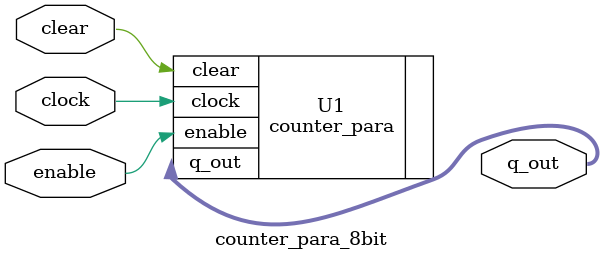
<source format=v>
module counter_para_8bit(input clock,input enable,input clear,output [7:0] q_out);
	counter_para #(.n(8)) U1 (.clock(clock),.clear(clear),.enable(enable),.q_out(q_out));
endmodule
</source>
